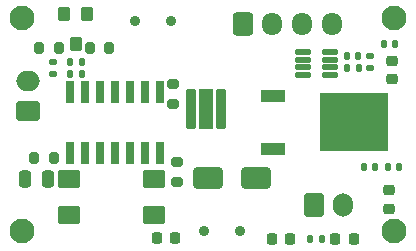
<source format=gbr>
%TF.GenerationSoftware,KiCad,Pcbnew,8.0.5*%
%TF.CreationDate,2025-02-24T18:35:13+02:00*%
%TF.ProjectId,UVCleanPCB,5556436c-6561-46e5-9043-422e6b696361,rev?*%
%TF.SameCoordinates,Original*%
%TF.FileFunction,Soldermask,Bot*%
%TF.FilePolarity,Negative*%
%FSLAX46Y46*%
G04 Gerber Fmt 4.6, Leading zero omitted, Abs format (unit mm)*
G04 Created by KiCad (PCBNEW 8.0.5) date 2025-02-24 18:35:13*
%MOMM*%
%LPD*%
G01*
G04 APERTURE LIST*
G04 Aperture macros list*
%AMRoundRect*
0 Rectangle with rounded corners*
0 $1 Rounding radius*
0 $2 $3 $4 $5 $6 $7 $8 $9 X,Y pos of 4 corners*
0 Add a 4 corners polygon primitive as box body*
4,1,4,$2,$3,$4,$5,$6,$7,$8,$9,$2,$3,0*
0 Add four circle primitives for the rounded corners*
1,1,$1+$1,$2,$3*
1,1,$1+$1,$4,$5*
1,1,$1+$1,$6,$7*
1,1,$1+$1,$8,$9*
0 Add four rect primitives between the rounded corners*
20,1,$1+$1,$2,$3,$4,$5,0*
20,1,$1+$1,$4,$5,$6,$7,0*
20,1,$1+$1,$6,$7,$8,$9,0*
20,1,$1+$1,$8,$9,$2,$3,0*%
G04 Aperture macros list end*
%ADD10C,2.100000*%
%ADD11RoundRect,0.250000X-0.600000X-0.725000X0.600000X-0.725000X0.600000X0.725000X-0.600000X0.725000X0*%
%ADD12O,1.700000X1.950000*%
%ADD13C,0.900000*%
%ADD14RoundRect,0.250000X0.750000X-0.600000X0.750000X0.600000X-0.750000X0.600000X-0.750000X-0.600000X0*%
%ADD15O,2.000000X1.700000*%
%ADD16RoundRect,0.200000X-0.275000X0.200000X-0.275000X-0.200000X0.275000X-0.200000X0.275000X0.200000X0*%
%ADD17RoundRect,0.225000X0.225000X0.250000X-0.225000X0.250000X-0.225000X-0.250000X0.225000X-0.250000X0*%
%ADD18RoundRect,0.102000X0.266700X-0.850900X0.266700X0.850900X-0.266700X0.850900X-0.266700X-0.850900X0*%
%ADD19R,2.100000X1.000000*%
%ADD20R,5.850000X4.900000*%
%ADD21RoundRect,0.102000X0.800000X0.700000X-0.800000X0.700000X-0.800000X-0.700000X0.800000X-0.700000X0*%
%ADD22RoundRect,0.147500X0.147500X0.172500X-0.147500X0.172500X-0.147500X-0.172500X0.147500X-0.172500X0*%
%ADD23RoundRect,0.218750X0.256250X-0.218750X0.256250X0.218750X-0.256250X0.218750X-0.256250X-0.218750X0*%
%ADD24RoundRect,0.135000X-0.135000X-0.185000X0.135000X-0.185000X0.135000X0.185000X-0.135000X0.185000X0*%
%ADD25RoundRect,0.140000X0.140000X0.170000X-0.140000X0.170000X-0.140000X-0.170000X0.140000X-0.170000X0*%
%ADD26RoundRect,0.135000X-0.185000X0.135000X-0.185000X-0.135000X0.185000X-0.135000X0.185000X0.135000X0*%
%ADD27RoundRect,0.125000X-0.537500X-0.125000X0.537500X-0.125000X0.537500X0.125000X-0.537500X0.125000X0*%
%ADD28RoundRect,0.218750X0.218750X0.256250X-0.218750X0.256250X-0.218750X-0.256250X0.218750X-0.256250X0*%
%ADD29RoundRect,0.102000X0.500000X1.600000X-0.500000X1.600000X-0.500000X-1.600000X0.500000X-1.600000X0*%
%ADD30RoundRect,0.102000X0.300000X1.600000X-0.300000X1.600000X-0.300000X-1.600000X0.300000X-1.600000X0*%
%ADD31RoundRect,0.135000X0.185000X-0.135000X0.185000X0.135000X-0.185000X0.135000X-0.185000X-0.135000X0*%
%ADD32RoundRect,0.140000X-0.140000X-0.170000X0.140000X-0.170000X0.140000X0.170000X-0.140000X0.170000X0*%
%ADD33RoundRect,0.250000X-0.600000X-0.750000X0.600000X-0.750000X0.600000X0.750000X-0.600000X0.750000X0*%
%ADD34O,1.700000X2.000000*%
%ADD35RoundRect,0.200000X-0.200000X-0.275000X0.200000X-0.275000X0.200000X0.275000X-0.200000X0.275000X0*%
%ADD36RoundRect,0.250000X-1.000000X-0.650000X1.000000X-0.650000X1.000000X0.650000X-1.000000X0.650000X0*%
%ADD37RoundRect,0.250000X0.250000X0.475000X-0.250000X0.475000X-0.250000X-0.475000X0.250000X-0.475000X0*%
%ADD38RoundRect,0.102000X-0.381000X-0.508000X0.381000X-0.508000X0.381000X0.508000X-0.381000X0.508000X0*%
%ADD39RoundRect,0.225000X-0.225000X-0.250000X0.225000X-0.250000X0.225000X0.250000X-0.225000X0.250000X0*%
%ADD40RoundRect,0.225000X0.250000X-0.225000X0.250000X0.225000X-0.250000X0.225000X-0.250000X-0.225000X0*%
G04 APERTURE END LIST*
D10*
%TO.C,H1*%
X176430000Y-61940000D03*
%TD*%
D11*
%TO.C,J1*%
X195110000Y-62490000D03*
D12*
X197610000Y-62490000D03*
X200110000Y-62490000D03*
X202610000Y-62490000D03*
%TD*%
D13*
%TO.C,SW5*%
X191830000Y-80005000D03*
X194830000Y-80005000D03*
%TD*%
D10*
%TO.C,H2*%
X176430000Y-79960000D03*
%TD*%
D13*
%TO.C,SW1*%
X189000000Y-62170000D03*
X186000000Y-62170000D03*
%TD*%
D10*
%TO.C,H4*%
X207860000Y-61940000D03*
%TD*%
%TO.C,H3*%
X207860000Y-79960000D03*
%TD*%
D14*
%TO.C,J2*%
X176930000Y-69790000D03*
D15*
X176930000Y-67290000D03*
%TD*%
D16*
%TO.C,R7*%
X189500000Y-75800000D03*
X189500000Y-74150000D03*
%TD*%
D17*
%TO.C,C16*%
X189400000Y-80600000D03*
X187850000Y-80600000D03*
%TD*%
D18*
%TO.C,U3*%
X188047500Y-73390800D03*
X186777500Y-73390800D03*
X185507500Y-73390800D03*
X184237500Y-73390800D03*
X182967500Y-73390800D03*
X181697500Y-73390800D03*
X180427500Y-73390800D03*
X180427500Y-68209200D03*
X181697500Y-68209200D03*
X182967500Y-68209200D03*
X184237500Y-68209200D03*
X185507500Y-68209200D03*
X186777500Y-68209200D03*
X188047500Y-68209200D03*
%TD*%
D19*
%TO.C,IC2*%
X197680000Y-73080000D03*
X197680000Y-68520000D03*
D20*
X204480000Y-70800000D03*
%TD*%
D21*
%TO.C,S1*%
X180400000Y-75600000D03*
X187600000Y-75600000D03*
X180400000Y-78600000D03*
X187600000Y-78600000D03*
%TD*%
D22*
%TO.C,D6*%
X204885000Y-65200000D03*
X203915000Y-65200000D03*
%TD*%
D23*
%TO.C,FB1*%
X207500000Y-78087500D03*
X207500000Y-76512500D03*
%TD*%
D24*
%TO.C,R2*%
X203880000Y-66200000D03*
X204900000Y-66200000D03*
%TD*%
D25*
%TO.C,C11*%
X208020000Y-64120000D03*
X207060000Y-64120000D03*
%TD*%
D26*
%TO.C,R5*%
X205900000Y-65180000D03*
X205900000Y-66200000D03*
%TD*%
D27*
%TO.C,U4*%
X200170000Y-66790000D03*
X200170000Y-66140000D03*
X200170000Y-65490000D03*
X200170000Y-64840000D03*
X202445000Y-64840000D03*
X202445000Y-65490000D03*
X202445000Y-66140000D03*
X202445000Y-66790000D03*
%TD*%
D28*
%TO.C,D8*%
X204500000Y-80700000D03*
X202925000Y-80700000D03*
%TD*%
D29*
%TO.C,U7*%
X191990000Y-69670000D03*
D30*
X193290000Y-69670000D03*
X190690000Y-69670000D03*
%TD*%
D16*
%TO.C,R14*%
X189220000Y-67575000D03*
X189220000Y-69225000D03*
%TD*%
D31*
%TO.C,R18*%
X179020000Y-66720000D03*
X179020000Y-65700000D03*
%TD*%
D24*
%TO.C,R19*%
X180500000Y-66700000D03*
X181520000Y-66700000D03*
%TD*%
D32*
%TO.C,C8*%
X207390000Y-74590000D03*
X208350000Y-74590000D03*
%TD*%
D33*
%TO.C,J3*%
X201100000Y-77800000D03*
D34*
X203600000Y-77800000D03*
%TD*%
D35*
%TO.C,R12*%
X177875000Y-64500000D03*
X179525000Y-64500000D03*
%TD*%
%TO.C,R13*%
X183800000Y-64500000D03*
X182150000Y-64500000D03*
%TD*%
D36*
%TO.C,D7*%
X192190000Y-75470000D03*
X196190000Y-75470000D03*
%TD*%
D24*
%TO.C,R20*%
X180480000Y-65700000D03*
X181500000Y-65700000D03*
%TD*%
D35*
%TO.C,R17*%
X177450000Y-73800000D03*
X179100000Y-73800000D03*
%TD*%
D37*
%TO.C,C18*%
X178600000Y-75550000D03*
X176700000Y-75550000D03*
%TD*%
D38*
%TO.C,Q2*%
X180947500Y-64140000D03*
X179995000Y-61600000D03*
X181900000Y-61600000D03*
%TD*%
D39*
%TO.C,C17*%
X197550000Y-80700000D03*
X199100000Y-80700000D03*
%TD*%
D24*
%TO.C,R6*%
X200780000Y-80700000D03*
X201800000Y-80700000D03*
%TD*%
D40*
%TO.C,C5*%
X207760000Y-67140000D03*
X207760000Y-65590000D03*
%TD*%
D32*
%TO.C,C6*%
X205330000Y-74610000D03*
X206290000Y-74610000D03*
%TD*%
M02*

</source>
